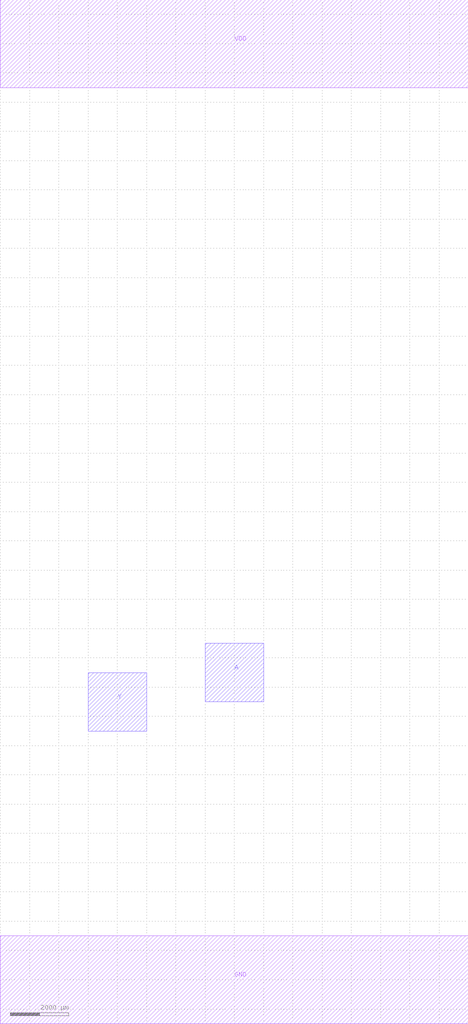
<source format=lef>
MACRO INVX2
 CLASS CORE ;
 ORIGIN 0 0 ;
 FOREIGN INVX2 0 0 ;
 SITE CORE ;
 SYMMETRY X Y R90 ;
  PIN VDD
   DIRECTION INOUT ;
   USE SIGNAL ;
   SHAPE ABUTMENT ;
    PORT
     CLASS CORE ;
       LAYER metal1 ;
        RECT 0.00000000 30500.00000000 16000.00000000 33500.00000000 ;
    END
  END VDD

  PIN GND
   DIRECTION INOUT ;
   USE SIGNAL ;
   SHAPE ABUTMENT ;
    PORT
     CLASS CORE ;
       LAYER metal1 ;
        RECT 0.00000000 -1500.00000000 16000.00000000 1500.00000000 ;
    END
  END GND

  PIN A
   DIRECTION INOUT ;
   USE SIGNAL ;
   SHAPE ABUTMENT ;
    PORT
     CLASS CORE ;
       LAYER metal2 ;
        RECT 7000.00000000 9500.00000000 9000.00000000 11500.00000000 ;
    END
  END A

  PIN Y
   DIRECTION INOUT ;
   USE SIGNAL ;
   SHAPE ABUTMENT ;
    PORT
     CLASS CORE ;
       LAYER metal2 ;
        RECT 3000.00000000 8500.00000000 5000.00000000 10500.00000000 ;
    END
  END Y


END INVX2

</source>
